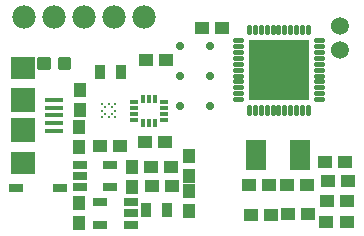
<source format=gbr>
G04 EAGLE Gerber RS-274X export*
G75*
%MOMM*%
%FSLAX34Y34*%
%LPD*%
%INSoldermask Top*%
%IPPOS*%
%AMOC8*
5,1,8,0,0,1.08239X$1,22.5*%
G01*
%ADD10R,1.200000X1.100000*%
%ADD11R,1.100000X1.200000*%
%ADD12R,0.900000X1.300000*%
%ADD13R,1.300000X0.650000*%
%ADD14R,1.300000X0.800000*%
%ADD15C,0.300000*%
%ADD16C,1.522400*%
%ADD17C,0.396000*%
%ADD18R,0.775000X0.350000*%
%ADD19R,0.350000X0.775000*%
%ADD20C,0.312000*%
%ADD21R,5.080000X5.080000*%
%ADD22R,1.500000X0.450000*%
%ADD23R,2.000000X1.900000*%
%ADD24R,2.000000X2.000000*%
%ADD25R,1.800000X2.500000*%
%ADD26C,0.711200*%
%ADD27C,1.979600*%


D10*
X271956Y10864D03*
X288956Y10864D03*
X238760Y42360D03*
X255760Y42360D03*
X223320Y42080D03*
X206320Y42080D03*
D11*
X107320Y58120D03*
X107320Y41120D03*
D10*
X272396Y29372D03*
X289396Y29372D03*
X239548Y17544D03*
X256548Y17544D03*
X118320Y78900D03*
X135320Y78900D03*
X97400Y75200D03*
X80400Y75200D03*
X224960Y17276D03*
X207960Y17276D03*
D12*
X80140Y138280D03*
X98140Y138280D03*
X137224Y21132D03*
X119224Y21132D03*
D13*
X106441Y8980D03*
X106441Y18480D03*
X106441Y27980D03*
X80439Y27980D03*
X80439Y8980D03*
D14*
X46420Y39720D03*
X9420Y39720D03*
D15*
X84850Y108370D03*
X84850Y102710D03*
X90510Y108370D03*
X90510Y102710D03*
X87680Y111200D03*
X93340Y111200D03*
X82020Y111200D03*
X93340Y105540D03*
X82020Y105540D03*
X87680Y99880D03*
X93340Y99880D03*
X82020Y99880D03*
D16*
X283592Y177100D03*
X283592Y157100D03*
D17*
X35993Y149376D02*
X35993Y142336D01*
X28953Y142336D01*
X28953Y149376D01*
X35993Y149376D01*
X35993Y146098D02*
X28953Y146098D01*
X53533Y149376D02*
X53533Y142336D01*
X46493Y142336D01*
X46493Y149376D01*
X53533Y149376D01*
X53533Y146098D02*
X46493Y146098D01*
D18*
X109055Y112820D03*
X109055Y107820D03*
X109055Y102820D03*
X109055Y97820D03*
D19*
X126680Y95195D03*
X121680Y95195D03*
X116680Y95195D03*
D18*
X134305Y112820D03*
X134305Y107820D03*
X134305Y102820D03*
X134305Y97820D03*
D19*
X126680Y115320D03*
X121680Y115320D03*
X116680Y115320D03*
D10*
X118786Y147995D03*
X135786Y147995D03*
D11*
X62220Y10080D03*
X62220Y27080D03*
D10*
X166276Y175276D03*
X183276Y175276D03*
X123868Y41940D03*
X140868Y41940D03*
X140700Y57900D03*
X123700Y57900D03*
D11*
X62840Y91780D03*
X62840Y74780D03*
X63120Y122980D03*
X63120Y105980D03*
D10*
X270360Y61872D03*
X287360Y61872D03*
X273192Y46280D03*
X290192Y46280D03*
D20*
X200720Y165180D02*
X194840Y165180D01*
X200720Y165180D02*
X200720Y164300D01*
X194840Y164300D01*
X194840Y165180D01*
X194840Y160180D02*
X200720Y160180D01*
X200720Y159300D01*
X194840Y159300D01*
X194840Y160180D01*
X194840Y155180D02*
X200720Y155180D01*
X200720Y154300D01*
X194840Y154300D01*
X194840Y155180D01*
X194840Y150180D02*
X200720Y150180D01*
X200720Y149300D01*
X194840Y149300D01*
X194840Y150180D01*
X194840Y145180D02*
X200720Y145180D01*
X200720Y144300D01*
X194840Y144300D01*
X194840Y145180D01*
X194840Y140180D02*
X200720Y140180D01*
X200720Y139300D01*
X194840Y139300D01*
X194840Y140180D01*
X194840Y134300D02*
X200720Y134300D01*
X194840Y134300D02*
X194840Y135180D01*
X200720Y135180D01*
X200720Y134300D01*
X200720Y129300D02*
X194840Y129300D01*
X194840Y130180D01*
X200720Y130180D01*
X200720Y129300D01*
X200720Y124300D02*
X194840Y124300D01*
X194840Y125180D01*
X200720Y125180D01*
X200720Y124300D01*
X200720Y119300D02*
X194840Y119300D01*
X194840Y120180D01*
X200720Y120180D01*
X200720Y119300D01*
X200720Y114300D02*
X194840Y114300D01*
X194840Y115180D01*
X200720Y115180D01*
X200720Y114300D01*
X206340Y108680D02*
X206340Y102800D01*
X206340Y108680D02*
X207220Y108680D01*
X207220Y102800D01*
X206340Y102800D01*
X206340Y105764D02*
X207220Y105764D01*
X211340Y108680D02*
X211340Y102800D01*
X211340Y108680D02*
X212220Y108680D01*
X212220Y102800D01*
X211340Y102800D01*
X211340Y105764D02*
X212220Y105764D01*
X216340Y108680D02*
X216340Y102800D01*
X216340Y108680D02*
X217220Y108680D01*
X217220Y102800D01*
X216340Y102800D01*
X216340Y105764D02*
X217220Y105764D01*
X221340Y108680D02*
X221340Y102800D01*
X221340Y108680D02*
X222220Y108680D01*
X222220Y102800D01*
X221340Y102800D01*
X221340Y105764D02*
X222220Y105764D01*
X226340Y108680D02*
X226340Y102800D01*
X226340Y108680D02*
X227220Y108680D01*
X227220Y102800D01*
X226340Y102800D01*
X226340Y105764D02*
X227220Y105764D01*
X231340Y108680D02*
X231340Y102800D01*
X231340Y108680D02*
X232220Y108680D01*
X232220Y102800D01*
X231340Y102800D01*
X231340Y105764D02*
X232220Y105764D01*
X237220Y108680D02*
X237220Y102800D01*
X236340Y102800D01*
X236340Y108680D01*
X237220Y108680D01*
X237220Y105764D02*
X236340Y105764D01*
X242220Y108680D02*
X242220Y102800D01*
X241340Y102800D01*
X241340Y108680D01*
X242220Y108680D01*
X242220Y105764D02*
X241340Y105764D01*
X247220Y108680D02*
X247220Y102800D01*
X246340Y102800D01*
X246340Y108680D01*
X247220Y108680D01*
X247220Y105764D02*
X246340Y105764D01*
X252220Y108680D02*
X252220Y102800D01*
X251340Y102800D01*
X251340Y108680D01*
X252220Y108680D01*
X252220Y105764D02*
X251340Y105764D01*
X257220Y108680D02*
X257220Y102800D01*
X256340Y102800D01*
X256340Y108680D01*
X257220Y108680D01*
X257220Y105764D02*
X256340Y105764D01*
X262840Y114300D02*
X268720Y114300D01*
X262840Y114300D02*
X262840Y115180D01*
X268720Y115180D01*
X268720Y114300D01*
X268720Y119300D02*
X262840Y119300D01*
X262840Y120180D01*
X268720Y120180D01*
X268720Y119300D01*
X268720Y124300D02*
X262840Y124300D01*
X262840Y125180D01*
X268720Y125180D01*
X268720Y124300D01*
X268720Y129300D02*
X262840Y129300D01*
X262840Y130180D01*
X268720Y130180D01*
X268720Y129300D01*
X268720Y134300D02*
X262840Y134300D01*
X262840Y135180D01*
X268720Y135180D01*
X268720Y134300D01*
X268720Y139300D02*
X262840Y139300D01*
X262840Y140180D01*
X268720Y140180D01*
X268720Y139300D01*
X268720Y145180D02*
X262840Y145180D01*
X268720Y145180D02*
X268720Y144300D01*
X262840Y144300D01*
X262840Y145180D01*
X262840Y150180D02*
X268720Y150180D01*
X268720Y149300D01*
X262840Y149300D01*
X262840Y150180D01*
X262840Y155180D02*
X268720Y155180D01*
X268720Y154300D01*
X262840Y154300D01*
X262840Y155180D01*
X262840Y160180D02*
X268720Y160180D01*
X268720Y159300D01*
X262840Y159300D01*
X262840Y160180D01*
X262840Y165180D02*
X268720Y165180D01*
X268720Y164300D01*
X262840Y164300D01*
X262840Y165180D01*
X257220Y170800D02*
X257220Y176680D01*
X257220Y170800D02*
X256340Y170800D01*
X256340Y176680D01*
X257220Y176680D01*
X257220Y173764D02*
X256340Y173764D01*
X252220Y176680D02*
X252220Y170800D01*
X251340Y170800D01*
X251340Y176680D01*
X252220Y176680D01*
X252220Y173764D02*
X251340Y173764D01*
X247220Y176680D02*
X247220Y170800D01*
X246340Y170800D01*
X246340Y176680D01*
X247220Y176680D01*
X247220Y173764D02*
X246340Y173764D01*
X242220Y176680D02*
X242220Y170800D01*
X241340Y170800D01*
X241340Y176680D01*
X242220Y176680D01*
X242220Y173764D02*
X241340Y173764D01*
X237220Y176680D02*
X237220Y170800D01*
X236340Y170800D01*
X236340Y176680D01*
X237220Y176680D01*
X237220Y173764D02*
X236340Y173764D01*
X232220Y176680D02*
X232220Y170800D01*
X231340Y170800D01*
X231340Y176680D01*
X232220Y176680D01*
X232220Y173764D02*
X231340Y173764D01*
X226340Y176680D02*
X226340Y170800D01*
X226340Y176680D02*
X227220Y176680D01*
X227220Y170800D01*
X226340Y170800D01*
X226340Y173764D02*
X227220Y173764D01*
X221340Y176680D02*
X221340Y170800D01*
X221340Y176680D02*
X222220Y176680D01*
X222220Y170800D01*
X221340Y170800D01*
X221340Y173764D02*
X222220Y173764D01*
X216340Y176680D02*
X216340Y170800D01*
X216340Y176680D02*
X217220Y176680D01*
X217220Y170800D01*
X216340Y170800D01*
X216340Y173764D02*
X217220Y173764D01*
X211340Y176680D02*
X211340Y170800D01*
X211340Y176680D02*
X212220Y176680D01*
X212220Y170800D01*
X211340Y170800D01*
X211340Y173764D02*
X212220Y173764D01*
X206340Y176680D02*
X206340Y170800D01*
X206340Y176680D02*
X207220Y176680D01*
X207220Y170800D01*
X206340Y170800D01*
X206340Y173764D02*
X207220Y173764D01*
D21*
X231780Y139740D03*
D13*
X62979Y59480D03*
X62979Y49980D03*
X62979Y40480D03*
X88981Y40480D03*
X88981Y59480D03*
D22*
X41184Y114540D03*
X41184Y88540D03*
X41184Y108040D03*
X41184Y101540D03*
X41184Y95040D03*
D23*
X14684Y141540D03*
X14684Y61540D03*
D24*
X14684Y114240D03*
X14684Y88840D03*
D25*
X212180Y68180D03*
X249180Y68180D03*
D11*
X155820Y20080D03*
X155820Y37080D03*
X155920Y67180D03*
X155920Y50180D03*
D26*
X147560Y109420D03*
X147560Y134820D03*
X147560Y160220D03*
X172960Y109420D03*
X172960Y134820D03*
X172960Y160220D03*
D27*
X15748Y184404D03*
X41148Y184404D03*
X66548Y184404D03*
X91948Y184404D03*
X117348Y184404D03*
M02*

</source>
